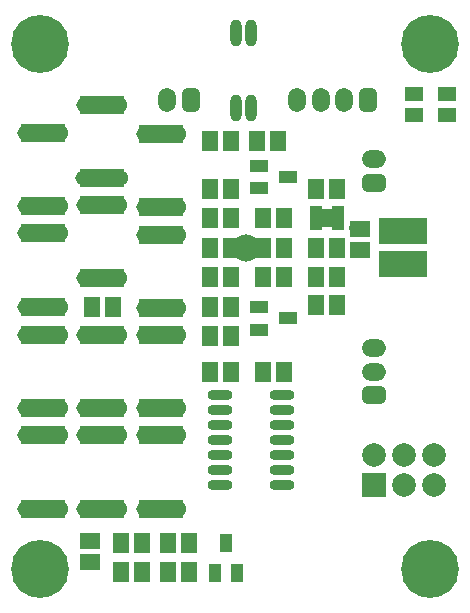
<source format=gts>
G04*
G04 #@! TF.GenerationSoftware,Altium Limited,Altium Designer,20.0.2 (26)*
G04*
G04 Layer_Color=20142*
%FSLAX25Y25*%
%MOIN*%
G70*
G01*
G75*
%ADD20O,0.03759X0.09074*%
%ADD21O,0.08287X0.03562*%
%ADD22R,0.06121X0.03956*%
%ADD23R,0.03956X0.06121*%
%ADD24R,0.05924X0.05137*%
%ADD25R,0.05767X0.06987*%
%ADD26R,0.16161X0.09074*%
%ADD27R,0.06987X0.05767*%
%ADD28R,0.03562X0.05924*%
%ADD29R,0.04350X0.02184*%
%ADD30R,0.14665X0.06121*%
%ADD31R,0.07893X0.07893*%
%ADD32C,0.07893*%
G04:AMPARAMS|DCode=33|XSize=59.24mil|YSize=80.9mil|CornerRadius=17.81mil|HoleSize=0mil|Usage=FLASHONLY|Rotation=90.000|XOffset=0mil|YOffset=0mil|HoleType=Round|Shape=RoundedRectangle|*
%AMROUNDEDRECTD33*
21,1,0.05924,0.04528,0,0,90.0*
21,1,0.02362,0.08090,0,0,90.0*
1,1,0.03562,0.02264,0.01181*
1,1,0.03562,0.02264,-0.01181*
1,1,0.03562,-0.02264,-0.01181*
1,1,0.03562,-0.02264,0.01181*
%
%ADD33ROUNDEDRECTD33*%
%ADD34O,0.08090X0.05924*%
G04:AMPARAMS|DCode=35|XSize=59.24mil|YSize=80.9mil|CornerRadius=17.81mil|HoleSize=0mil|Usage=FLASHONLY|Rotation=180.000|XOffset=0mil|YOffset=0mil|HoleType=Round|Shape=RoundedRectangle|*
%AMROUNDEDRECTD35*
21,1,0.05924,0.04528,0,0,180.0*
21,1,0.02362,0.08090,0,0,180.0*
1,1,0.03562,-0.01181,0.02264*
1,1,0.03562,0.01181,0.02264*
1,1,0.03562,0.01181,-0.02264*
1,1,0.03562,-0.01181,-0.02264*
%
%ADD35ROUNDEDRECTD35*%
%ADD36O,0.05924X0.08090*%
%ADD37C,0.19310*%
%ADD38C,0.05137*%
%ADD39C,0.04350*%
%ADD40C,0.09074*%
%ADD41C,0.03169*%
D20*
X76240Y164567D02*
D03*
X81240D02*
D03*
X76240Y189764D02*
D03*
X81240D02*
D03*
D21*
X70866Y68898D02*
D03*
Y63898D02*
D03*
Y58898D02*
D03*
Y53898D02*
D03*
Y48898D02*
D03*
Y43898D02*
D03*
Y38898D02*
D03*
X91339Y68898D02*
D03*
Y63898D02*
D03*
Y58898D02*
D03*
Y53898D02*
D03*
Y48898D02*
D03*
Y43898D02*
D03*
Y38898D02*
D03*
D22*
X83661Y145472D02*
D03*
Y137992D02*
D03*
X93504Y141732D02*
D03*
X83661Y98228D02*
D03*
Y90748D02*
D03*
X93504Y94488D02*
D03*
D23*
X69095Y9646D02*
D03*
X76575D02*
D03*
X72835Y19488D02*
D03*
D24*
X146457Y169291D02*
D03*
Y162205D02*
D03*
X135433D02*
D03*
Y169291D02*
D03*
D25*
X83110Y153543D02*
D03*
X90118D02*
D03*
X74370D02*
D03*
X67362D02*
D03*
X85079Y118110D02*
D03*
X92087D02*
D03*
X85079Y127953D02*
D03*
X92087D02*
D03*
X67362Y137795D02*
D03*
X74370D02*
D03*
X67362Y127953D02*
D03*
X74370D02*
D03*
X67362Y118110D02*
D03*
X74370D02*
D03*
Y108268D02*
D03*
X67362D02*
D03*
X85079D02*
D03*
X92087D02*
D03*
X74370Y98425D02*
D03*
X67362D02*
D03*
Y88583D02*
D03*
X74370D02*
D03*
X67362Y76772D02*
D03*
X74370D02*
D03*
X85079D02*
D03*
X92087D02*
D03*
X109803Y108268D02*
D03*
X102795D02*
D03*
X109803Y98819D02*
D03*
X102795D02*
D03*
X109803Y118110D02*
D03*
X102795D02*
D03*
Y137795D02*
D03*
X109803D02*
D03*
X27992Y98425D02*
D03*
X35000D02*
D03*
X37835Y9843D02*
D03*
X44842D02*
D03*
X53583D02*
D03*
X60590D02*
D03*
X37835Y19685D02*
D03*
X44842D02*
D03*
X60590D02*
D03*
X53583D02*
D03*
D26*
X131890Y123622D02*
D03*
Y112598D02*
D03*
D27*
X117323Y124370D02*
D03*
Y117362D02*
D03*
X27559Y20433D02*
D03*
Y13425D02*
D03*
D28*
X106299Y127953D02*
D03*
D29*
X102638Y130905D02*
D03*
Y128937D02*
D03*
Y126969D02*
D03*
Y125000D02*
D03*
X109961Y130905D02*
D03*
Y128937D02*
D03*
Y126969D02*
D03*
Y125000D02*
D03*
D30*
X51181Y98032D02*
D03*
Y122441D02*
D03*
Y131496D02*
D03*
Y155905D02*
D03*
X31496Y141339D02*
D03*
Y165748D02*
D03*
Y107874D02*
D03*
Y132283D02*
D03*
X51181Y64567D02*
D03*
Y88976D02*
D03*
X31496Y64567D02*
D03*
Y88976D02*
D03*
X51181Y31102D02*
D03*
Y55512D02*
D03*
X31496Y31102D02*
D03*
Y55512D02*
D03*
X11811Y31102D02*
D03*
Y55512D02*
D03*
Y88976D02*
D03*
Y64567D02*
D03*
Y156299D02*
D03*
Y131890D02*
D03*
Y122835D02*
D03*
Y98425D02*
D03*
D31*
X122047Y38976D02*
D03*
D32*
Y48976D02*
D03*
X132047Y38976D02*
D03*
Y48976D02*
D03*
X142047Y38976D02*
D03*
Y48976D02*
D03*
D33*
X122047Y139764D02*
D03*
Y68898D02*
D03*
D34*
Y147638D02*
D03*
Y76772D02*
D03*
Y84646D02*
D03*
D35*
X61024Y167323D02*
D03*
X120079D02*
D03*
D36*
X53150D02*
D03*
X96457D02*
D03*
X104331D02*
D03*
X112205D02*
D03*
D37*
X140748Y186024D02*
D03*
X10827D02*
D03*
X140748Y10827D02*
D03*
X10827D02*
D03*
D38*
X37402Y107874D02*
D03*
X25591D02*
D03*
X5906Y98425D02*
D03*
Y88976D02*
D03*
X17717D02*
D03*
X57087D02*
D03*
X45276D02*
D03*
X37402D02*
D03*
X25591D02*
D03*
X17717Y98425D02*
D03*
X11811Y88976D02*
D03*
X45276Y64567D02*
D03*
X57087Y131496D02*
D03*
X45276D02*
D03*
X57087Y98032D02*
D03*
X45276D02*
D03*
X57087Y64567D02*
D03*
X37402D02*
D03*
X25591D02*
D03*
X17717D02*
D03*
X5906D02*
D03*
X57087Y55512D02*
D03*
X45276D02*
D03*
X37402D02*
D03*
X25591D02*
D03*
X17717D02*
D03*
X5906D02*
D03*
X57087Y31102D02*
D03*
X45276D02*
D03*
X51181Y31102D02*
D03*
X37402Y31102D02*
D03*
X25591D02*
D03*
X31496Y31102D02*
D03*
X17717Y31102D02*
D03*
X5906D02*
D03*
X11811Y31102D02*
D03*
X25591Y132283D02*
D03*
X31496Y132283D02*
D03*
X45276Y122441D02*
D03*
X57087D02*
D03*
X51181Y122441D02*
D03*
X17717Y122835D02*
D03*
X5906D02*
D03*
X11811Y122835D02*
D03*
Y131890D02*
D03*
X17717Y131890D02*
D03*
X37402Y132283D02*
D03*
X5906Y131890D02*
D03*
X37795Y141339D02*
D03*
X25197D02*
D03*
X45276Y155905D02*
D03*
X57087D02*
D03*
X51181Y155905D02*
D03*
X37402Y165748D02*
D03*
X25591D02*
D03*
X31496Y165748D02*
D03*
X5906Y156299D02*
D03*
X17717D02*
D03*
X11811Y156299D02*
D03*
X51181Y55512D02*
D03*
Y64567D02*
D03*
X31496D02*
D03*
Y55512D02*
D03*
X11811Y55512D02*
D03*
Y64567D02*
D03*
X31496Y141339D02*
D03*
X51181Y131496D02*
D03*
Y88976D02*
D03*
Y98032D02*
D03*
X31496Y88976D02*
D03*
Y107874D02*
D03*
X11811Y98425D02*
D03*
D39*
X115748Y124803D02*
D03*
X118898D02*
D03*
D40*
X79528Y118110D02*
D03*
D41*
X106299Y127953D02*
D03*
M02*

</source>
